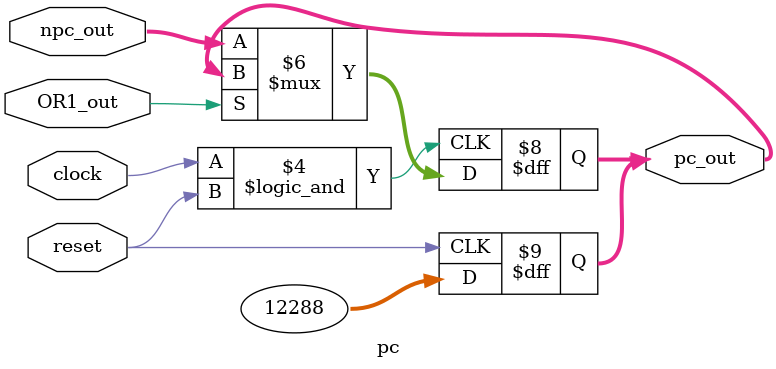
<source format=v>
module pc #(
    parameter initial_addr = 32'h0000_3000
)(
    input              clock,
    input              reset,
    input      [31: 0] npc_out,
    input              OR1_out,
    output reg [31: 0] pc_out
);
    // initial 
    always @(posedge reset) begin
        pc_out <= initial_addr;
    end

    always @(posedge clock && reset == 1) begin
        if (!OR1_out)              // OR1_out represents stall or not
            pc_out <= npc_out;
    end

endmodule // pc
</source>
